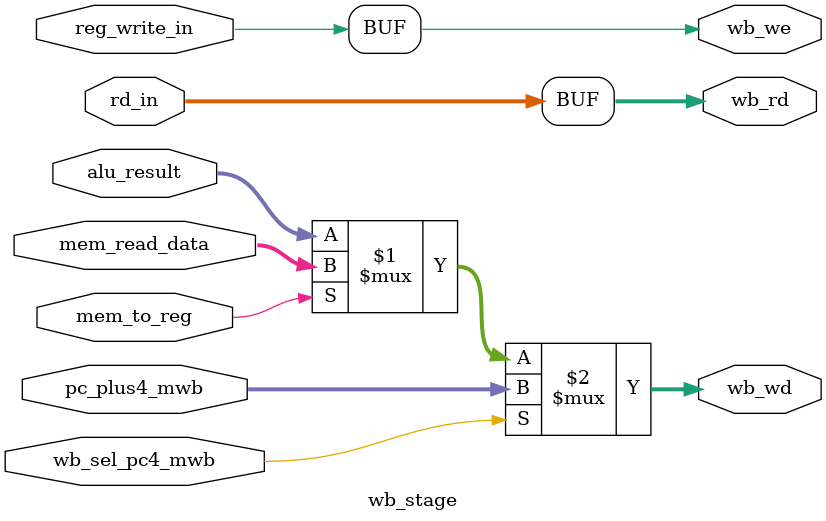
<source format=v>
`timescale 1ns / 1ps

module wb_stage (
    input  wire [31:0] mem_read_data,
    input  wire [31:0] alu_result,
    input  wire [31:0] pc_plus4_mwb,
    input  wire        mem_to_reg,
    input  wire        reg_write_in,
    input  wire        wb_sel_pc4_mwb,
    input  wire [4:0]  rd_in,

    output wire [31:0] wb_wd,
    output wire        wb_we,
    output wire [4:0]  wb_rd
);

    assign wb_we = reg_write_in;
    assign wb_rd = rd_in;
    assign wb_wd = (wb_sel_pc4_mwb) ? pc_plus4_mwb : (mem_to_reg) ? mem_read_data : alu_result;

endmodule


</source>
